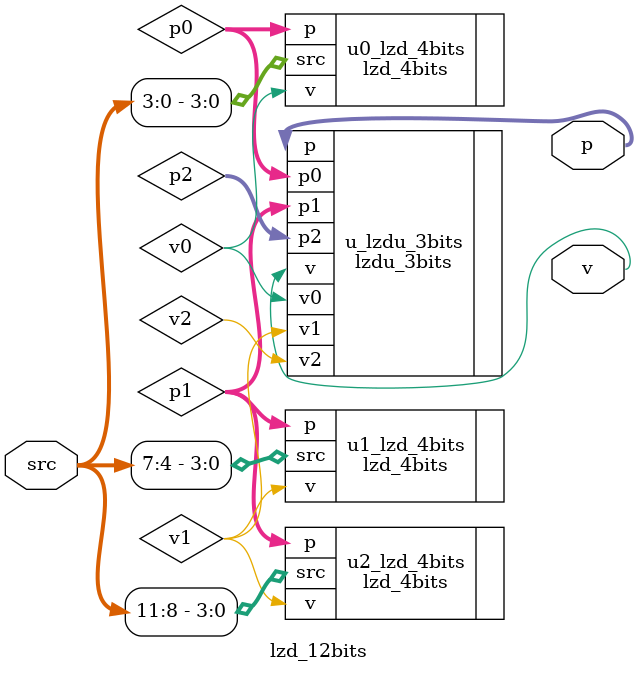
<source format=v>
module lzd_12bits(

    input   [11	:0]	src,
	output  [3	:0]	p  ,
	output			v
);

wire	[1	:0]	p0, p1, p2;
wire			v0, v1, v2;

lzd_4bits u0_lzd_4bits(

    .src(src[3:0]	),
	.p  (p0			),
	.v  (v0			)
);

lzd_4bits u1_lzd_4bits(

    .src(src[7:4]	),
	.p  (p1			),
	.v  (v1			)
);

lzd_4bits u2_lzd_4bits(

    .src(src[11:8]	),
	.p  (p1			),
	.v  (v1			)
);

lzdu_3bits #(4) u_lzdu_3bits(

    .p0(p0	),
	.p1(p1	),
	.p2(p2	),
	.v0(v0	),
	.v1(v1	),
	.v2(v2	),
	.p (p	),
	.v (v	)
);

endmodule
</source>
